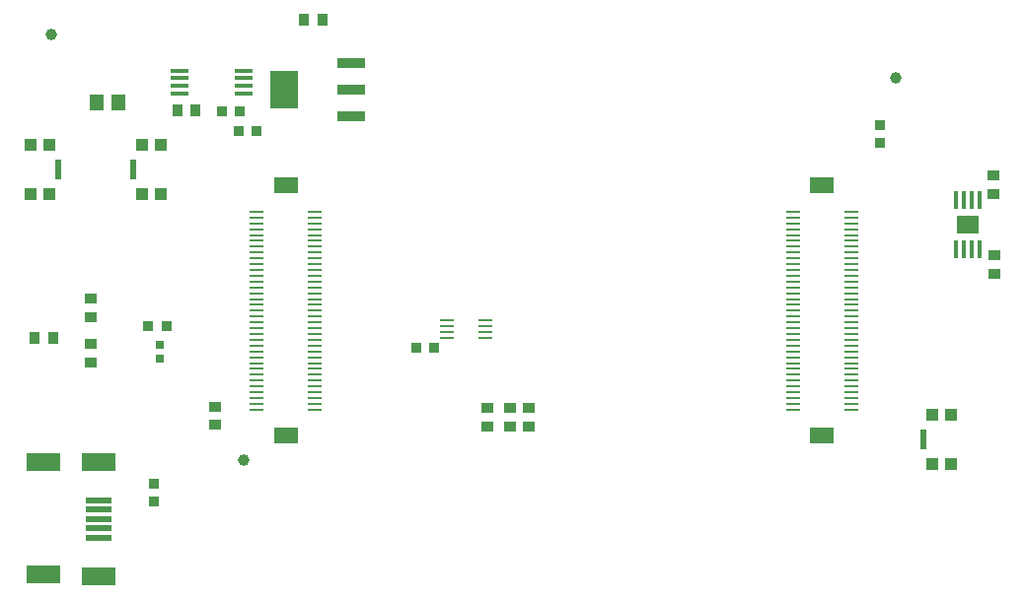
<source format=gtp>
%FSLAX43Y43*%
%MOMM*%
G71*
G01*
G75*
G04 Layer_Color=8421504*
%ADD10C,0.254*%
%ADD11C,0.200*%
%ADD12C,0.200*%
%ADD13R,1.000X0.900*%
%ADD14R,1.890X1.570*%
%ADD15O,0.400X1.600*%
%ADD16R,0.400X1.600*%
%ADD17R,0.800X0.800*%
%ADD18R,0.600X1.700*%
%ADD19R,1.000X1.000*%
%ADD20R,2.400X0.950*%
%ADD21R,2.400X3.300*%
%ADD22R,0.900X1.000*%
%ADD23R,0.914X0.813*%
%ADD24R,1.200X0.250*%
%ADD25R,2.000X1.450*%
%ADD26R,0.813X0.914*%
%ADD27O,1.200X0.250*%
%ADD28R,1.300X1.400*%
%ADD29R,1.650X0.300*%
%ADD30C,1.000*%
%ADD31R,3.000X1.500*%
%ADD32R,2.300X0.500*%
%ADD33C,0.350*%
%ADD34C,0.400*%
%ADD35C,1.000*%
%ADD36C,0.508*%
%ADD37C,0.800*%
%ADD38C,0.500*%
%ADD39C,0.305*%
%ADD40C,0.300*%
%ADD41R,1.700X2.100*%
%ADD42C,1.420*%
%ADD43R,1.420X1.420*%
%ADD44O,2.000X4.500*%
%ADD45R,2.000X5.000*%
%ADD46O,4.000X2.000*%
%ADD47C,1.700*%
%ADD48C,1.500*%
%ADD49R,1.500X1.500*%
%ADD50C,3.200*%
%ADD51C,3.000*%
%ADD52R,1.480X1.480*%
%ADD53C,1.480*%
%ADD54C,5.500*%
%ADD55C,4.500*%
%ADD56O,3.340X1.800*%
%ADD57R,1.600X1.600*%
%ADD58C,1.600*%
%ADD59C,0.800*%
%ADD60C,0.400*%
G04:AMPARAMS|DCode=61|XSize=1mm|YSize=1.5mm|CornerRadius=0.25mm|HoleSize=0mm|Usage=FLASHONLY|Rotation=180.000|XOffset=0mm|YOffset=0mm|HoleType=Round|Shape=RoundedRectangle|*
%AMROUNDEDRECTD61*
21,1,1.000,1.000,0,0,180.0*
21,1,0.500,1.500,0,0,180.0*
1,1,0.500,-0.250,0.500*
1,1,0.500,0.250,0.500*
1,1,0.500,0.250,-0.500*
1,1,0.500,-0.250,-0.500*
%
%ADD61ROUNDEDRECTD61*%
%ADD62R,2.200X1.200*%
%ADD63R,1.600X0.700*%
%ADD64R,1.400X1.200*%
%ADD65R,1.400X1.600*%
%ADD66R,0.400X0.650*%
%ADD67R,2.600X2.200*%
%ADD68R,1.700X1.600*%
%ADD69C,0.250*%
%ADD70C,0.100*%
D13*
X103429Y71666D02*
D03*
Y73266D02*
D03*
X80061Y71768D02*
D03*
Y73368D02*
D03*
X69367Y81064D02*
D03*
Y82664D02*
D03*
Y78753D02*
D03*
Y77153D02*
D03*
X146925Y84800D02*
D03*
Y86400D02*
D03*
X146900Y91625D02*
D03*
Y93225D02*
D03*
X105385Y73241D02*
D03*
Y71641D02*
D03*
X106985Y71615D02*
D03*
Y73215D02*
D03*
D14*
X144675Y88975D02*
D03*
D15*
X145650Y91075D02*
D03*
X145000D02*
D03*
X144350D02*
D03*
X143700D02*
D03*
X145650Y86875D02*
D03*
X145000D02*
D03*
X144350D02*
D03*
D16*
X143700D02*
D03*
D17*
X75311Y78695D02*
D03*
Y77445D02*
D03*
D18*
X66573Y93734D02*
D03*
X140894Y70528D02*
D03*
X73076Y93718D02*
D03*
D19*
X64211Y91634D02*
D03*
X65811D02*
D03*
X64211Y95834D02*
D03*
X65811D02*
D03*
X141656Y68428D02*
D03*
X143256D02*
D03*
X141656Y72628D02*
D03*
X143256D02*
D03*
X73838Y91618D02*
D03*
X75438D02*
D03*
X73838Y95818D02*
D03*
X75438D02*
D03*
D20*
X91800Y98309D02*
D03*
Y100609D02*
D03*
Y102909D02*
D03*
D21*
X86000Y100609D02*
D03*
D22*
X66205Y79248D02*
D03*
X64605D02*
D03*
X78422Y98781D02*
D03*
X76822D02*
D03*
X87719Y106578D02*
D03*
X89319D02*
D03*
D23*
X74830Y66760D02*
D03*
Y65186D02*
D03*
X137150Y95988D02*
D03*
Y97562D02*
D03*
D24*
X129650Y90100D02*
D03*
Y89600D02*
D03*
Y89100D02*
D03*
Y88600D02*
D03*
Y88100D02*
D03*
Y87600D02*
D03*
Y87100D02*
D03*
Y86600D02*
D03*
Y86100D02*
D03*
Y85600D02*
D03*
Y85100D02*
D03*
Y84600D02*
D03*
Y84100D02*
D03*
Y83600D02*
D03*
Y83100D02*
D03*
Y82600D02*
D03*
Y82100D02*
D03*
Y81600D02*
D03*
Y81100D02*
D03*
Y80600D02*
D03*
Y80100D02*
D03*
Y79600D02*
D03*
Y79100D02*
D03*
Y78600D02*
D03*
Y78100D02*
D03*
Y77600D02*
D03*
Y77100D02*
D03*
Y76600D02*
D03*
Y76100D02*
D03*
Y75600D02*
D03*
Y75100D02*
D03*
Y74600D02*
D03*
Y74100D02*
D03*
Y73600D02*
D03*
X134650Y90100D02*
D03*
Y89600D02*
D03*
Y89100D02*
D03*
Y88600D02*
D03*
Y88100D02*
D03*
Y87600D02*
D03*
Y87100D02*
D03*
Y86600D02*
D03*
Y86100D02*
D03*
Y85600D02*
D03*
Y85100D02*
D03*
Y84600D02*
D03*
Y84100D02*
D03*
Y83600D02*
D03*
Y83100D02*
D03*
Y82600D02*
D03*
Y82100D02*
D03*
Y81600D02*
D03*
Y81100D02*
D03*
Y80600D02*
D03*
Y80100D02*
D03*
Y79600D02*
D03*
Y79100D02*
D03*
Y78600D02*
D03*
Y78100D02*
D03*
Y77600D02*
D03*
Y77100D02*
D03*
Y76600D02*
D03*
Y76100D02*
D03*
Y75600D02*
D03*
Y75100D02*
D03*
Y74600D02*
D03*
Y74100D02*
D03*
Y73600D02*
D03*
Y73100D02*
D03*
X129650Y73100D02*
D03*
X83650Y90100D02*
D03*
Y89600D02*
D03*
Y89100D02*
D03*
Y88600D02*
D03*
Y88100D02*
D03*
Y87600D02*
D03*
Y87100D02*
D03*
Y86600D02*
D03*
Y86100D02*
D03*
Y85600D02*
D03*
Y85100D02*
D03*
Y84600D02*
D03*
Y84100D02*
D03*
Y83600D02*
D03*
Y83100D02*
D03*
Y82600D02*
D03*
Y82100D02*
D03*
Y81600D02*
D03*
Y81100D02*
D03*
Y80600D02*
D03*
Y80100D02*
D03*
Y79600D02*
D03*
Y79100D02*
D03*
Y78600D02*
D03*
Y78100D02*
D03*
Y77600D02*
D03*
Y77100D02*
D03*
Y76600D02*
D03*
Y76100D02*
D03*
Y75600D02*
D03*
Y75100D02*
D03*
Y74600D02*
D03*
Y74100D02*
D03*
Y73600D02*
D03*
Y73100D02*
D03*
X88650Y90100D02*
D03*
Y89600D02*
D03*
Y89100D02*
D03*
Y88600D02*
D03*
Y88100D02*
D03*
Y87600D02*
D03*
Y87100D02*
D03*
Y86600D02*
D03*
Y86100D02*
D03*
Y85600D02*
D03*
Y85100D02*
D03*
Y84600D02*
D03*
Y84100D02*
D03*
Y83600D02*
D03*
Y83100D02*
D03*
Y82600D02*
D03*
Y82100D02*
D03*
Y81600D02*
D03*
Y81100D02*
D03*
Y80600D02*
D03*
Y80100D02*
D03*
Y79600D02*
D03*
Y79100D02*
D03*
Y78600D02*
D03*
Y78100D02*
D03*
Y77600D02*
D03*
Y77100D02*
D03*
Y76600D02*
D03*
Y76100D02*
D03*
Y75600D02*
D03*
Y75100D02*
D03*
Y74600D02*
D03*
Y74100D02*
D03*
Y73600D02*
D03*
Y73100D02*
D03*
D25*
X86150Y70850D02*
D03*
Y92350D02*
D03*
X132150Y70850D02*
D03*
Y92350D02*
D03*
D26*
X74320Y80289D02*
D03*
X75895D02*
D03*
X98882Y78435D02*
D03*
X97307D02*
D03*
X82093Y97079D02*
D03*
X83668D02*
D03*
X82220Y98755D02*
D03*
X80645D02*
D03*
D27*
X103300Y79275D02*
D03*
Y79775D02*
D03*
Y80275D02*
D03*
Y80775D02*
D03*
X99950Y79275D02*
D03*
Y79775D02*
D03*
Y80275D02*
D03*
Y80775D02*
D03*
D28*
X69941Y99517D02*
D03*
X71741D02*
D03*
D29*
X77006Y102245D02*
D03*
Y101595D02*
D03*
Y100945D02*
D03*
Y100295D02*
D03*
X82556Y102245D02*
D03*
Y101595D02*
D03*
Y100945D02*
D03*
Y100295D02*
D03*
D30*
X66040Y105359D02*
D03*
X138481Y101575D02*
D03*
X82499Y68783D02*
D03*
D31*
X70080Y68599D02*
D03*
Y58799D02*
D03*
X65305Y68599D02*
D03*
Y58924D02*
D03*
D32*
X70080Y65299D02*
D03*
Y64499D02*
D03*
Y62899D02*
D03*
Y62099D02*
D03*
Y63699D02*
D03*
M02*

</source>
